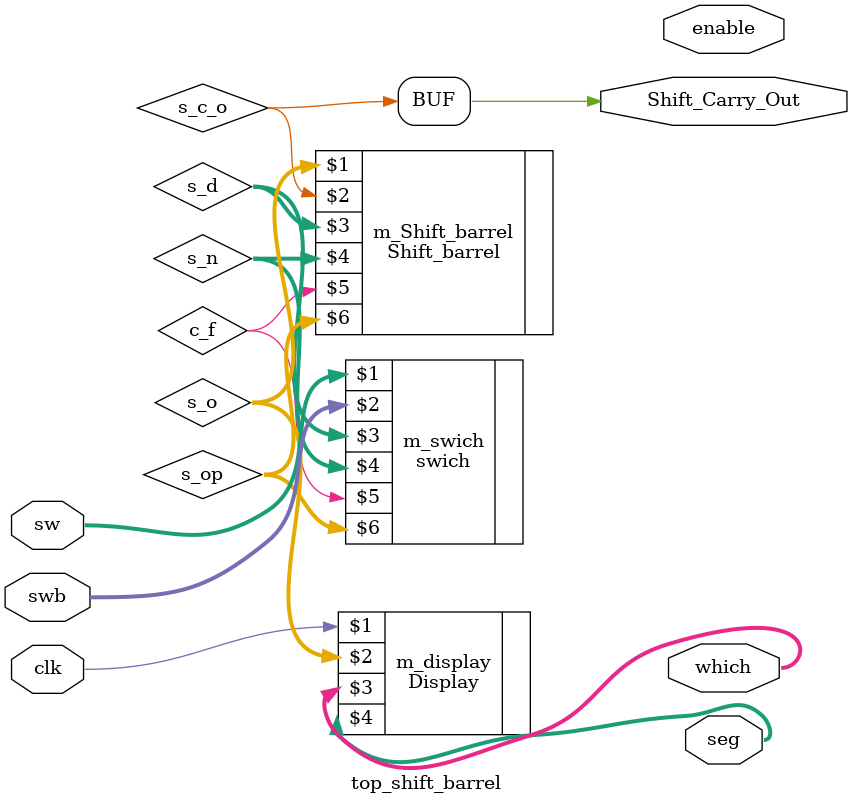
<source format=v>
`timescale 1ns / 1ps


module top_shift_barrel(input [31:0]sw,
                        input [2:0]swb,
                        input clk,
                        output enable,
                        output [2:0]which,
                        output [7:0]seg,
                        output Shift_Carry_Out);
wire [31:0]s_d;
wire[7:0]s_n;
wire c_f;
wire [2:0]s_op;
wire [31:0]s_o;
wire s_c_o;
//reg enable = 1;
swich m_swich(sw,swb,s_d,s_n,c_f,s_op);
Shift_barrel m_Shift_barrel(s_o,s_c_o,s_d,s_n,c_f,s_op);
Display m_display(clk,s_o,which,seg);
assign Shift_Carry_Out = s_c_o;
endmodule

</source>
